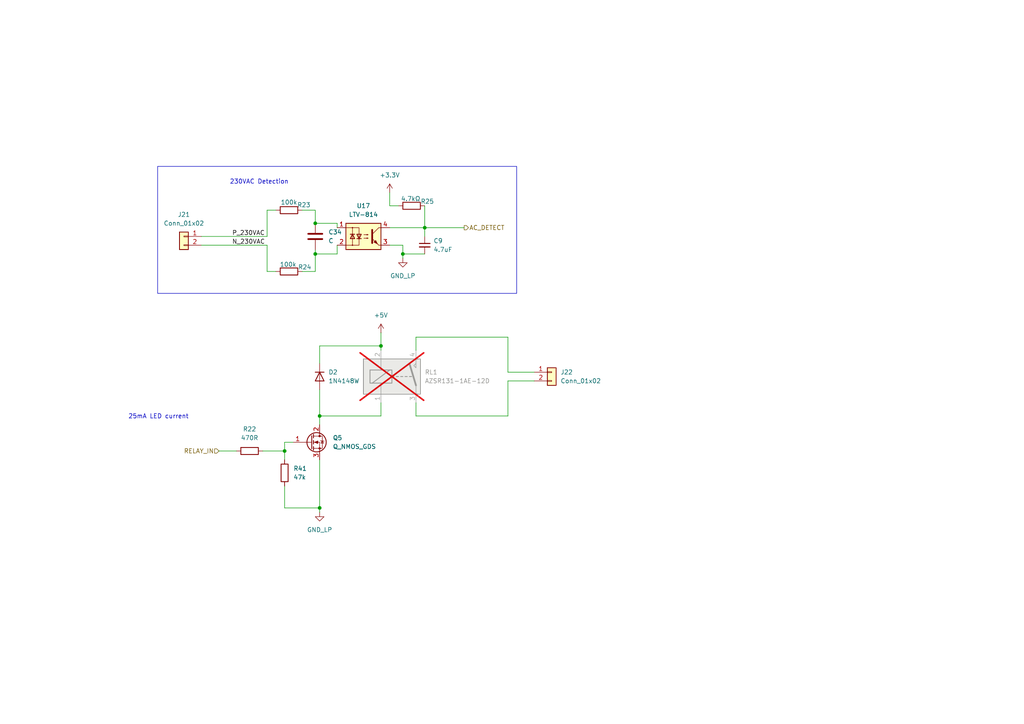
<source format=kicad_sch>
(kicad_sch (version 20231120) (generator "eeschema") (generator_version "8.0")
  (paper "A4")
  (lib_symbols
    (symbol "Conn_01x02_1" (pin_names (offset 1.016) hide)
      (property "Reference" "J21" (at 0 -8.89 0))
      (property "Value" "Conn_01x02" (at 0 -6.35 0))
      (symbol "Conn_01x02_1_1_1"
        (rectangle (start -1.27 -2.413) (end 0 -2.667) (stroke (width 0.1524)))
        (rectangle (start -1.27 0.127) (end 0 -0.127) (stroke (width 0.1524)))
        (rectangle (start -1.27 1.27) (end 1.27 -3.81) (stroke (width 0.254)) (fill (type background)))
        (pin passive line (at -5.08 -2.54 0) (length 3.81) (name "Pin_1") (number "1"))
        (pin passive line (at -5.08 0 0) (length 3.81) (name "Pin_2") (number "2"))
      )
    )
    (symbol "Connector_Generic:Conn_01x02" (pin_names (offset 1.016) hide)
      (property "Reference" "J" (at 0 2.54 0))
      (property "Value" "Conn_01x02" (at 0 -5.08 0))
      (symbol "Conn_01x02_1_1"
        (rectangle (start -1.27 -2.413) (end 0 -2.667) (stroke (width 0.1524)))
        (rectangle (start -1.27 0.127) (end 0 -0.127) (stroke (width 0.1524)))
        (rectangle (start -1.27 1.27) (end 1.27 -3.81) (stroke (width 0.254)) (fill (type background)))
        (pin passive line (at -5.08 0 0) (length 3.81) (name "Pin_1") (number "1"))
        (pin passive line (at -5.08 -2.54 0) (length 3.81) (name "Pin_2") (number "2"))
      )
    )
    (symbol "Device:C" (pin_numbers hide) (pin_names (offset 0.254))
      (property "Reference" "C" (at 0.635 2.54 0))
      (property "Value" "C" (at 0.635 -2.54 0))
      (symbol "C_0_1"
        (polyline (pts (xy -2.032 -0.762) (xy 2.032 -0.762)) (stroke (width 0.508)))
        (polyline (pts (xy -2.032 0.762) (xy 2.032 0.762)) (stroke (width 0.508)))
      )
      (symbol "C_1_1"
        (pin passive line (at 0 3.81 270) (length 2.794) (name "~") (number "1"))
        (pin passive line (at 0 -3.81 90) (length 2.794) (name "~") (number "2"))
      )
    )
    (symbol "Device:C_Small" (pin_numbers hide) (pin_names (offset 0.254) hide)
      (property "Reference" "C" (at 0.254 1.778 0))
      (property "Value" "C_Small" (at 0.254 -2.032 0))
      (symbol "C_Small_0_1"
        (polyline (pts (xy -1.524 -0.508) (xy 1.524 -0.508)) (stroke (width 0.3302)))
        (polyline (pts (xy -1.524 0.508) (xy 1.524 0.508)) (stroke (width 0.3048)))
      )
      (symbol "C_Small_1_1"
        (pin passive line (at 0 2.54 270) (length 2.032) (name "~") (number "1"))
        (pin passive line (at 0 -2.54 90) (length 2.032) (name "~") (number "2"))
      )
    )
    (symbol "Device:Q_NMOS_GDS" (pin_names (offset 0) hide)
      (property "Reference" "Q" (at 5.08 1.27 0))
      (property "Value" "Q_NMOS_GDS" (at 5.08 -1.27 0))
      (symbol "Q_NMOS_GDS_0_1"
        (polyline (pts (xy 0.254 0) (xy -2.54 0)))
        (polyline (pts (xy 0.254 1.905) (xy 0.254 -1.905)) (stroke (width 0.254)))
        (polyline (pts (xy 0.762 -1.27) (xy 0.762 -2.286)) (stroke (width 0.254)))
        (polyline (pts (xy 0.762 0.508) (xy 0.762 -0.508)) (stroke (width 0.254)))
        (polyline (pts (xy 0.762 2.286) (xy 0.762 1.27)) (stroke (width 0.254)))
        (polyline (pts (xy 2.54 2.54) (xy 2.54 1.778)))
        (polyline (pts (xy 2.54 -2.54) (xy 2.54 0) (xy 0.762 0)))
        (polyline (pts (xy 0.762 -1.778) (xy 3.302 -1.778) (xy 3.302 1.778) (xy 0.762 1.778)))
        (polyline (pts (xy 1.016 0) (xy 2.032 0.381) (xy 2.032 -0.381) (xy 1.016 0)) (fill (type outline)))
        (polyline (pts (xy 2.794 0.508) (xy 2.921 0.381) (xy 3.683 0.381) (xy 3.81 0.254)))
        (polyline (pts (xy 3.302 0.381) (xy 2.921 -0.254) (xy 3.683 -0.254) (xy 3.302 0.381)))
        (circle (center 1.651 0) (radius 2.794) (stroke (width 0.254)))
        (circle (center 2.54 -1.778) (radius 0.254) (fill (type outline)))
        (circle (center 2.54 1.778) (radius 0.254) (fill (type outline)))
      )
      (symbol "Q_NMOS_GDS_1_1"
        (pin input line (at -5.08 0 0) (length 2.54) (name "G") (number "1"))
        (pin passive line (at 2.54 5.08 270) (length 2.54) (name "D") (number "2"))
        (pin passive line (at 2.54 -5.08 90) (length 2.54) (name "S") (number "3"))
      )
    )
    (symbol "Device:R" (pin_numbers hide) (pin_names (offset 0))
      (property "Reference" "R" (at 2.032 0 90))
      (property "Value" "R" (at 0 0 90))
      (symbol "R_0_1"
        (rectangle (start -1.016 -2.54) (end 1.016 2.54) (stroke (width 0.254)))
      )
      (symbol "R_1_1"
        (pin passive line (at 0 3.81 270) (length 1.27) (name "~") (number "1"))
        (pin passive line (at 0 -3.81 90) (length 1.27) (name "~") (number "2"))
      )
    )
    (symbol "Diode:1N4148W" (pin_numbers hide) (pin_names hide)
      (property "Reference" "D" (at 0 2.54 0))
      (property "Value" "1N4148W" (at 0 -2.54 0))
      (symbol "1N4148W_0_1"
        (polyline (pts (xy -1.27 1.27) (xy -1.27 -1.27)) (stroke (width 0.254)))
        (polyline (pts (xy 1.27 0) (xy -1.27 0)))
        (polyline (pts (xy 1.27 1.27) (xy 1.27 -1.27) (xy -1.27 0) (xy 1.27 1.27)) (stroke (width 0.254)))
      )
      (symbol "1N4148W_1_1"
        (pin passive line (at -3.81 0 0) (length 2.54) (name "K") (number "1"))
        (pin passive line (at 3.81 0 180) (length 2.54) (name "A") (number "2"))
      )
    )
    (symbol "Isolator:LTV-814" (pin_names (offset 1.016))
      (property "Reference" "U" (at -5.08 5.08 0))
      (property "Value" "LTV-814" (at 0 5.08 0))
      (symbol "LTV-814_0_1"
        (rectangle (start -5.08 3.81) (end 5.08 -3.81) (stroke (width 0.254)) (fill (type background)))
        (circle (center -3.175 -2.54) (radius 0.127))
        (circle (center -3.175 2.54) (radius 0.127))
        (polyline (pts (xy -3.175 2.54) (xy -3.175 -2.54)))
        (polyline (pts (xy -1.905 -0.635) (xy -0.635 -0.635)) (stroke (width 0.254)))
        (polyline (pts (xy 2.54 0.635) (xy 4.445 2.54)))
        (polyline (pts (xy 4.445 -2.54) (xy 2.54 -0.635)) (fill (type outline)))
        (polyline (pts (xy 4.445 -2.54) (xy 5.08 -2.54)))
        (polyline (pts (xy 4.445 2.54) (xy 5.08 2.54)))
        (polyline (pts (xy -5.08 2.54) (xy -1.27 2.54) (xy -1.27 -0.762)))
        (polyline (pts (xy -1.27 -0.635) (xy -1.27 -2.54) (xy -5.08 -2.54)))
        (polyline (pts (xy 2.54 1.905) (xy 2.54 -1.905) (xy 2.54 -1.905)) (stroke (width 0.508)))
        (polyline (pts (xy -1.27 -0.635) (xy -1.905 0.635) (xy -0.635 0.635) (xy -1.27 -0.635)) (stroke (width 0.254)))
        (polyline (pts (xy 0.127 -0.508) (xy 1.397 -0.508) (xy 1.016 -0.635) (xy 1.016 -0.381) (xy 1.397 -0.508)))
        (polyline (pts (xy 0.127 0.508) (xy 1.397 0.508) (xy 1.016 0.381) (xy 1.016 0.635) (xy 1.397 0.508)))
        (polyline (pts (xy 3.048 -1.651) (xy 3.556 -1.143) (xy 4.064 -2.159) (xy 3.048 -1.651) (xy 3.048 -1.651)) (fill (type outline)))
      )
      (symbol "LTV-814_1_1"
        (polyline (pts (xy -3.81 0.635) (xy -2.54 0.635)) (stroke (width 0.254)))
        (polyline (pts (xy -3.175 0.635) (xy -3.81 -0.635) (xy -2.54 -0.635) (xy -3.175 0.635)) (stroke (width 0.254)))
        (pin passive line (at -7.62 2.54 0) (length 2.54) (name "~") (number "1"))
        (pin passive line (at -7.62 -2.54 0) (length 2.54) (name "~") (number "2"))
        (pin passive line (at 7.62 -2.54 180) (length 2.54) (name "~") (number "3"))
        (pin passive line (at 7.62 2.54 180) (length 2.54) (name "~") (number "4"))
      )
    )
    (symbol "Relay:AZSR131-1AE-12D"
      (property "Reference" "RL2" (at 12.065 0 90))
      (property "Value" "AZSR131-1AE-12D" (at 9.525 0 90))
      (symbol "AZSR131-1AE-12D_0_0"
        (polyline (pts (xy 5.08 5.08) (xy 5.08 2.54) (xy 4.445 3.175) (xy 5.08 3.81)))
      )
      (symbol "AZSR131-1AE-12D_0_1"
        (rectangle (start -10.16 5.08) (end 6.35 -5.08) (stroke (width 0.254)) (fill (type background)))
        (rectangle (start -8.255 1.905) (end -1.905 -1.905) (stroke (width 0.254)))
        (polyline (pts (xy -7.62 -1.905) (xy -2.54 1.905)) (stroke (width 0.254)))
        (polyline (pts (xy -5.08 -5.08) (xy -5.08 -1.905)))
        (polyline (pts (xy -5.08 5.08) (xy -5.08 1.905)))
        (polyline (pts (xy -1.905 0) (xy -1.27 0)) (stroke (width 0.254)))
        (polyline (pts (xy -0.635 0) (xy 0 0)) (stroke (width 0.254)))
        (polyline (pts (xy 0.635 0) (xy 1.27 0)) (stroke (width 0.254)))
        (polyline (pts (xy 1.905 0) (xy 2.54 0)) (stroke (width 0.254)))
        (polyline (pts (xy 3.175 0) (xy 3.81 0)) (stroke (width 0.254)))
        (polyline (pts (xy 5.08 -2.54) (xy 3.175 3.81)) (stroke (width 0.508)))
        (polyline (pts (xy 5.08 -2.54) (xy 5.08 -5.08)))
      )
      (symbol "AZSR131-1AE-12D_1_1"
        (pin passive line (at -5.08 -7.62 90) (length 2.54) (name "~") (number "1"))
        (pin passive line (at -5.08 7.62 270) (length 2.54) (name "~") (number "2"))
        (pin passive line (at 5.08 -7.62 90) (length 2.54) (name "~") (number "3"))
        (pin passive line (at 5.08 7.62 270) (length 2.54) (name "~") (number "4"))
      )
    )
    (symbol "power:+3.3V" (power) (pin_numbers hide) (pin_names (offset 0) hide)
      (property "Value" "+3.3V" (at 0 3.556 0))
      (symbol "+3.3V_0_1"
        (polyline (pts (xy -0.762 1.27) (xy 0 2.54)))
        (polyline (pts (xy 0 0) (xy 0 2.54)))
        (polyline (pts (xy 0 2.54) (xy 0.762 1.27)))
      )
      (symbol "+3.3V_1_1"
        (pin power_in line (at 0 0 90) (length 0) (name "~") (number "1"))
      )
    )
    (symbol "power:+5V" (power) (pin_numbers hide) (pin_names (offset 0) hide)
      (property "Value" "+5V" (at 0 3.556 0))
      (symbol "+5V_0_1"
        (polyline (pts (xy -0.762 1.27) (xy 0 2.54)))
        (polyline (pts (xy 0 0) (xy 0 2.54)))
        (polyline (pts (xy 0 2.54) (xy 0.762 1.27)))
      )
      (symbol "+5V_1_1"
        (pin power_in line (at 0 0 90) (length 0) (name "~") (number "1"))
      )
    )
    (symbol "power:GND2" (power) (pin_numbers hide) (pin_names (offset 0) hide)
      (property "Value" "GND2" (at 0 -3.81 0))
      (symbol "GND2_0_1"
        (polyline (pts (xy 0 0) (xy 0 -1.27) (xy 1.27 -1.27) (xy 0 -2.54) (xy -1.27 -1.27) (xy 0 -1.27)))
      )
      (symbol "GND2_1_1"
        (pin power_in line (at 0 0 270) (length 0) (name "~") (number "1"))
      )
    )
  )
  (junction (at 92.71 147.32))
  (junction (at 91.44 73.66))
  (junction (at 92.71 120.65))
  (junction (at 91.44 64.77))
  (junction (at 82.55 130.81))
  (junction (at 110.49 100.33))
  (junction (at 123.19 66.04))
  (junction (at 116.84 73.66))
  (wire (pts (xy 97.79 64.77) (xy 97.79 66.04)))
  (wire (pts (xy 120.65 97.79) (xy 120.65 101.6)))
  (wire (pts (xy 116.84 73.66) (xy 123.19 73.66)))
  (wire (pts (xy 147.32 110.49) (xy 154.94 110.49)))
  (wire (pts (xy 110.49 96.52) (xy 110.49 100.33)))
  (wire (pts (xy 97.79 73.66) (xy 97.79 71.12)))
  (wire (pts (xy 91.44 60.96) (xy 87.63 60.96)))
  (wire (pts (xy 77.47 68.58) (xy 77.47 60.96)))
  (wire (pts (xy 123.19 59.69) (xy 123.19 66.04)))
  (wire (pts (xy 91.44 73.66) (xy 97.79 73.66)))
  (wire (pts (xy 85.09 128.27) (xy 82.55 128.27)))
  (wire (pts (xy 116.84 73.66) (xy 116.84 74.93)))
  (wire (pts (xy 91.44 78.74) (xy 91.44 73.66)))
  (wire (pts (xy 82.55 147.32) (xy 92.71 147.32)))
  (wire (pts (xy 92.71 147.32) (xy 92.71 148.59)))
  (wire (pts (xy 87.63 78.74) (xy 91.44 78.74)))
  (wire (pts (xy 147.32 107.95) (xy 147.32 97.79)))
  (wire (pts (xy 91.44 60.96) (xy 91.44 64.77)))
  (wire (pts (xy 123.19 66.04) (xy 123.19 68.58)))
  (wire (pts (xy 123.19 66.04) (xy 134.62 66.04)))
  (wire (pts (xy 116.84 71.12) (xy 116.84 73.66)))
  (wire (pts (xy 82.55 130.81) (xy 82.55 133.35)))
  (wire (pts (xy 92.71 120.65) (xy 92.71 123.19)))
  (wire (pts (xy 110.49 116.84) (xy 110.49 120.65)))
  (wire (pts (xy 77.47 78.74) (xy 77.47 71.12)))
  (wire (pts (xy 92.71 120.65) (xy 110.49 120.65)))
  (wire (pts (xy 92.71 100.33) (xy 110.49 100.33)))
  (wire (pts (xy 77.47 71.12) (xy 58.42 71.12)))
  (wire (pts (xy 80.01 60.96) (xy 77.47 60.96)))
  (wire (pts (xy 147.32 97.79) (xy 120.65 97.79)))
  (wire (pts (xy 113.03 66.04) (xy 123.19 66.04)))
  (wire (pts (xy 77.47 78.74) (xy 80.01 78.74)))
  (wire (pts (xy 154.94 107.95) (xy 147.32 107.95)))
  (wire (pts (xy 76.2 130.81) (xy 82.55 130.81)))
  (wire (pts (xy 92.71 120.65) (xy 92.71 113.03)))
  (wire (pts (xy 58.42 68.58) (xy 77.47 68.58)))
  (wire (pts (xy 113.03 59.69) (xy 115.57 59.69)))
  (wire (pts (xy 120.65 120.65) (xy 147.32 120.65)))
  (wire (pts (xy 82.55 140.97) (xy 82.55 147.32)))
  (wire (pts (xy 92.71 105.41) (xy 92.71 100.33)))
  (wire (pts (xy 116.84 71.12) (xy 113.03 71.12)))
  (wire (pts (xy 147.32 120.65) (xy 147.32 110.49)))
  (wire (pts (xy 63.5 130.81) (xy 68.58 130.81)))
  (wire (pts (xy 91.44 72.39) (xy 91.44 73.66)))
  (wire (pts (xy 113.03 55.88) (xy 113.03 59.69)))
  (wire (pts (xy 92.71 133.35) (xy 92.71 147.32)))
  (wire (pts (xy 91.44 64.77) (xy 97.79 64.77)))
  (wire (pts (xy 120.65 116.84) (xy 120.65 120.65)))
  (wire (pts (xy 110.49 100.33) (xy 110.49 101.6)))
  (wire (pts (xy 82.55 128.27) (xy 82.55 130.81)))
  (rectangle (start 45.72 48.26) (end 149.86 85.09))
  (text "230VAC Detection" (at 75.184 52.832 0) (effects (font (size 1.27 1.27))))
  (text "25mA LED current\n" (at 45.974 120.904 0) (effects (font (size 1.27 1.27))))
  (label "N_230VAC" (at 67.31 71.12 0))
  (label "P_230VAC" (at 67.31 68.58 0))
  (hierarchical_label "AC_DETECT" (shape output) (at 134.62 66.04 0))
  (hierarchical_label "RELAY_IN" (shape input) (at 63.5 130.81 180))
  (symbol (lib_name "Conn_01x02_1") (lib_id "Connector_Generic:Conn_01x02") (at 53.34 71.12 180) (unit 1)
    (property "Reference" "J21" (at 53.34 62.23 0))
    (property "Value" "Conn_01x02" (at 53.34 64.77 0))
    (property "Footprint" "TerminalBlock:TerminalBlock_Xinya_XY308-2.54-2P_1x02_P2.54mm_Horizontal" (effects (hide yes)))
    (property "Description" "Generic connector, single row, 01x02, script generated (kicad-library-utils/schlib/autogen/connector/)" (effects (hide yes)))
  )
  (symbol (lib_id "Device:R") (at 83.82 60.96 90) (unit 1)
    (property "Reference" "R23" (at 88.138 59.436 90))
    (property "Value" "100k" (at 83.82 58.674 90))
    (property "Footprint" "Resistor_THT:R_Axial_DIN0207_L6.3mm_D2.5mm_P7.62mm_Horizontal" (effects (hide yes)))
    (property "Datasheet" "https://www.mouser.pl/datasheet/2/385/SEI_RNF_RNMF-3077683.pdf" (effects (hide yes)))
    (property "Description" "Resistor" (effects (hide yes)))
  )
  (symbol (lib_id "Isolator:LTV-814") (at 105.41 68.58 0) (unit 1)
    (property "Reference" "U17" (at 105.41 59.69 0))
    (property "Value" "LTV-814" (at 105.41 62.23 0))
    (property "Footprint" "Package_DIP:DIP-4_W7.62mm" (effects (hide yes)))
    (property "Datasheet" "https://www.mouser.pl/datasheet/2/239/LTV_8X4_series_201509-2950926.pdf" (effects (hide yes)))
    (property "Description" "AC/DC Optocoupler, Vce 35V, CTR 20%, DIP4" (effects (hide yes)))
    (property "mouser" "859-LTV-814S-TA1-A" (effects (hide yes)))
    (property "lcsc" "C10790" (effects (hide yes)))
    (property "Manufacturer" "Lite-On" (effects (hide yes)))
  )
  (symbol (lib_id "Device:R") (at 72.39 130.81 90) (unit 1)
    (property "Reference" "R22" (at 72.39 124.46 90))
    (property "Value" "470R" (at 72.39 127 90))
    (property "Footprint" "Resistor_SMD:R_0805_2012Metric" (effects (hide yes)))
    (property "Description" "Resistor" (effects (hide yes)))
  )
  (symbol (lib_id "Diode:1N4148W") (at 92.71 109.22 270) (unit 1)
    (property "Reference" "D2" (at 95.25 107.9499 90) (effects (justify left)))
    (property "Value" "1N4148W" (at 95.25 110.4899 90) (effects (justify left)))
    (property "Footprint" "Diode_SMD:D_SOD-123" (effects (hide yes)))
    (property "Datasheet" "https://www.vishay.com/docs/85748/1n4148w.pdf" (effects (hide yes)))
    (property "Description" "75V 0.15A Fast Switching Diode, SOD-123" (effects (hide yes)))
    (property "Sim.Device" "D" (effects (hide yes)))
    (property "Sim.Pins" "1=K 2=A" (effects (hide yes)))
    (property "lcsc" "C917030" (effects (hide yes)))
    (property "mouser" "821-1N4148W-GRHG" (effects (hide yes)))
    (property "MFG part nr" "1N4148W" (effects (hide yes)))
    (property "Manufacturer" "Vishay" (effects (hide yes)))
  )
  (symbol (lib_id "Relay:AZSR131-1AE-12D") (at 115.57 109.22 0) (unit 1) (dnp yes)
    (property "Reference" "RL1" (at 123.19 107.9499 0) (effects (justify left)))
    (property "Value" "AZSR131-1AE-12D" (at 123.19 110.4899 0) (effects (justify left)))
    (property "Footprint" "HeavyDuty:PRE29-same-sky" (effects (hide yes)))
    (property "Datasheet" "https://www.mouser.pl/datasheet/2/1628/pre29-3510988.pdf" (effects (hide yes)))
    (property "Description" "SPST, Closing Contact, 277VAC 35A max, 12V DC coil voltage" (effects (hide yes)))
    (property "MFG Part Nr" "PRE29-5V-S-450" (effects (hide yes)))
    (property "Manufacturer" "same sky" (effects (hide yes)))
  )
  (symbol (lib_id "Device:C") (at 91.44 68.58 0) (unit 1)
    (property "Reference" "C34" (at 95.25 67.3099 0) (effects (justify left)))
    (property "Value" "C" (at 95.25 69.8499 0) (effects (justify left)))
    (property "Footprint" "Capacitor_THT:C_Disc_D3.0mm_W2.0mm_P2.50mm" (effects (hide yes)))
    (property "Description" "Unpolarized capacitor" (effects (hide yes)))
  )
  (symbol (lib_id "Device:R") (at 82.55 137.16 0) (unit 1)
    (property "Reference" "R41" (at 85.09 135.8899 0) (effects (justify left)))
    (property "Value" "47k" (at 85.09 138.4299 0) (effects (justify left)))
    (property "Footprint" "Resistor_SMD:R_0805_2012Metric" (effects (hide yes)))
    (property "Description" "Resistor" (effects (hide yes)))
  )
  (symbol (lib_id "Connector_Generic:Conn_01x02") (at 160.02 107.95 0) (unit 1)
    (property "Reference" "J22" (at 162.56 107.9499 0) (effects (justify left)))
    (property "Value" "Conn_01x02" (at 162.56 110.4899 0) (effects (justify left)))
    (property "Footprint" "TerminalBlock:TerminalBlock_Xinya_XY308-2.54-2P_1x02_P2.54mm_Horizontal" (effects (hide yes)))
    (property "Description" "Generic connector, single row, 01x02, script generated (kicad-library-utils/schlib/autogen/connector/)" (effects (hide yes)))
  )
  (symbol (lib_id "Device:R") (at 119.38 59.69 90) (unit 1)
    (property "Reference" "R25" (at 123.952 58.42 90))
    (property "Value" "4.7kΩ" (at 119.126 57.658 90))
    (property "Footprint" "Resistor_SMD:R_0805_2012Metric" (effects (hide yes)))
    (property "Description" "Resistor" (effects (hide yes)))
  )
  (symbol (lib_id "power:GND2") (at 92.71 148.59 0) (unit 1)
    (property "Reference" "#PWR020" (effects (hide yes)))
    (property "Value" "GND_LP" (at 92.71 153.67 0))
    (property "Description" "Power symbol creates a global label with name \"GND2\" , ground" (effects (hide yes)))
  )
  (symbol (lib_id "Device:C_Small") (at 123.19 71.12 0) (unit 1)
    (property "Reference" "C9" (at 125.73 69.8562 0) (effects (justify left)))
    (property "Value" "4.7uF" (at 125.73 72.3962 0) (effects (justify left)))
    (property "Footprint" "Capacitor_SMD:C_0805_2012Metric" (effects (hide yes)))
    (property "Description" "Unpolarized capacitor, small symbol" (effects (hide yes)))
  )
  (symbol (lib_id "power:+3.3V") (at 113.03 55.88 0) (unit 1)
    (property "Reference" "#PWR0101" (effects (hide yes)))
    (property "Value" "+3.3V" (at 113.03 50.8 0))
    (property "Description" "Power symbol creates a global label with name \"+3.3V\"" (effects (hide yes)))
  )
  (symbol (lib_id "Device:Q_NMOS_GDS") (at 90.17 128.27 0) (unit 1)
    (property "Reference" "Q5" (at 96.52 126.9999 0) (effects (justify left)))
    (property "Value" "Q_NMOS_GDS" (at 96.52 129.5399 0) (effects (justify left)))
    (property "Footprint" "Package_TO_SOT_SMD:SOT-23" (effects (hide yes)))
    (property "Datasheet" "https://www.lcsc.com/datasheet/lcsc_datasheet_2410121549_HXY-MOSFET-AO3400-HXY_C4748804.pdf" (effects (hide yes)))
    (property "Description" "NMOS 5A 30V 30mOhm" (effects (hide yes)))
    (property "JLC" "C4748804" (effects (hide yes)))
    (property "Mrf_part" "AO3400-HXY" (effects (hide yes)))
    (property "Manufcaturer" "HXY Mosfet" (effects (hide yes)))
  )
  (symbol (lib_id "power:GND2") (at 116.84 74.93 0) (unit 1)
    (property "Reference" "#PWR037" (effects (hide yes)))
    (property "Value" "GND_LP" (at 116.84 80.01 0))
    (property "Description" "Power symbol creates a global label with name \"GND2\" , ground" (effects (hide yes)))
  )
  (symbol (lib_id "power:+5V") (at 110.49 96.52 0) (unit 1)
    (property "Reference" "#PWR079" (effects (hide yes)))
    (property "Value" "+5V" (at 110.49 91.44 0))
    (property "Description" "Power symbol creates a global label with name \"+5V\"" (effects (hide yes)))
  )
  (symbol (lib_id "Device:R") (at 83.82 78.74 90) (unit 1)
    (property "Reference" "R24" (at 88.392 77.47 90))
    (property "Value" "100k" (at 83.566 76.708 90))
    (property "Footprint" "Resistor_THT:R_Axial_DIN0207_L6.3mm_D2.5mm_P7.62mm_Horizontal" (effects (hide yes)))
    (property "Description" "Resistor" (effects (hide yes)))
  )
)
</source>
